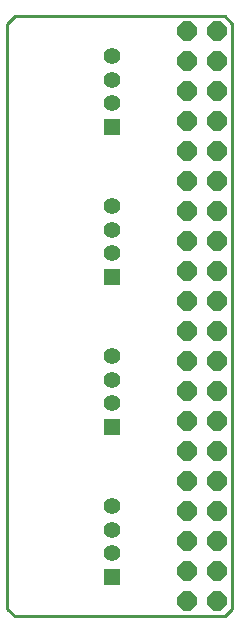
<source format=gbs>
G75*
%MOIN*%
%OFA0B0*%
%FSLAX25Y25*%
%IPPOS*%
%LPD*%
%AMOC8*
5,1,8,0,0,1.08239X$1,22.5*
%
%ADD10C,0.01000*%
%ADD11R,0.05550X0.05550*%
%ADD12C,0.05550*%
%ADD13OC8,0.06400*%
D10*
X0011800Y0014300D02*
X0011800Y0209300D01*
X0014300Y0211800D01*
X0084300Y0211800D01*
X0086800Y0209300D01*
X0086800Y0014300D01*
X0084300Y0011800D01*
X0014300Y0011800D01*
X0011800Y0014300D01*
D11*
X0046800Y0024989D03*
X0046800Y0074989D03*
X0046800Y0124989D03*
X0046800Y0174989D03*
D12*
X0046800Y0182863D03*
X0046800Y0190737D03*
X0046800Y0198611D03*
X0046800Y0148611D03*
X0046800Y0140737D03*
X0046800Y0132863D03*
X0046800Y0098611D03*
X0046800Y0090737D03*
X0046800Y0082863D03*
X0046800Y0048611D03*
X0046800Y0040737D03*
X0046800Y0032863D03*
D13*
X0071800Y0036800D03*
X0071800Y0046800D03*
X0071800Y0056800D03*
X0071800Y0066800D03*
X0071800Y0076800D03*
X0071800Y0086800D03*
X0071800Y0096800D03*
X0071800Y0106800D03*
X0071800Y0116800D03*
X0071800Y0126800D03*
X0071800Y0136800D03*
X0071800Y0146800D03*
X0071800Y0156800D03*
X0071800Y0166800D03*
X0071800Y0176800D03*
X0071800Y0186800D03*
X0071800Y0196800D03*
X0071800Y0206800D03*
X0081800Y0206800D03*
X0081800Y0196800D03*
X0081800Y0186800D03*
X0081800Y0176800D03*
X0081800Y0166800D03*
X0081800Y0156800D03*
X0081800Y0146800D03*
X0081800Y0136800D03*
X0081800Y0126800D03*
X0081800Y0116800D03*
X0081800Y0106800D03*
X0081800Y0096800D03*
X0081800Y0086800D03*
X0081800Y0076800D03*
X0081800Y0066800D03*
X0081800Y0056800D03*
X0081800Y0046800D03*
X0081800Y0036800D03*
X0081800Y0026800D03*
X0081800Y0016800D03*
X0071800Y0016800D03*
X0071800Y0026800D03*
M02*

</source>
